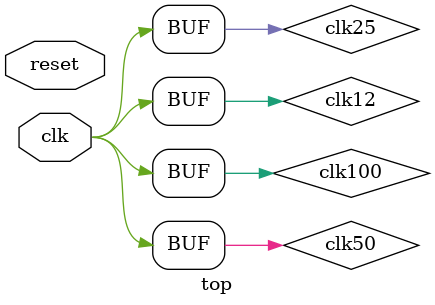
<source format=sv>

`timescale 1ns / 1ps
`default_nettype none

module top #(
    parameter imem_init="imem.txt",
    parameter dmem_init="dmem.txt",
    parameter scrmem_init="smem.txt",		// text file to initialize screen memory
    parameter bitmap_init="bmem.txt"			// text file to initialize bitmap memory
)(
    input wire clk, reset
);
   
   wire [3:0] red;	// add I/O signals here
   wire [3:0] green;	// add I/O signals here
   wire [3:0] blue;	// add I/O signals here
   wire hsync;      // incl. VGA signals
   wire vsync;
   wire [31:0] pc, instr, mem_readdata, mem_writedata, mem_addr;
   wire mem_wr;
   wire clk100, clk50, clk25, clk12;
   wire [10:0] smem_addr;    //resolution of 640x480 and 16x16 characters (1200)
   wire [3:0] charcode;  //assuming only 2 characters for now

   // Uncomment *only* one of the following two lines:
   //    when synthesizing, use the first line
   //    when simulating, get rid of the clock divider, and use the second line
   //
   //clockdivider_Nexys4 clkdv(clk, clk100, clk50, clk25, clk12);
   assign clk100=clk; assign clk50=clk; assign clk25=clk; assign clk12=clk;

   // For synthesis:  use an appropriate clock frequency(ies) below
   //   clk100 will work for only the most efficient designs (hardly anyone)
   //   clk50 or clk 25 should work for the vast majority
   //   clk12 should work for everyone!
   //
   // Use the same clock frequency for the MIPS and data memory/memIO modules
   // The vgadisplaydriver should keep the 100 MHz clock.
   // For example:

   mips mips(clk12, reset, pc, instr, mem_wr, mem_addr, mem_writedata, mem_readdata);
   imem #(32, 32, 32, imem_init) imem(pc[31:0], instr);
   memIO #(32, 32, 32, dmem_init, scrmem_init) memIO(clk12, clk12, mem_wr, smem_addr, mem_addr, mem_writedata, 1'h1, mem_readdata, charcode); 
   //'h1 in the above module is for the ps2_data which should be 1 in this case 
   //as the keyboard won't be accepting any commands
   vgadisplaydriver #(bitmap_init) display(clk100, red, green, blue, hsync, vsync, charcode, smem_addr);

endmodule

</source>
